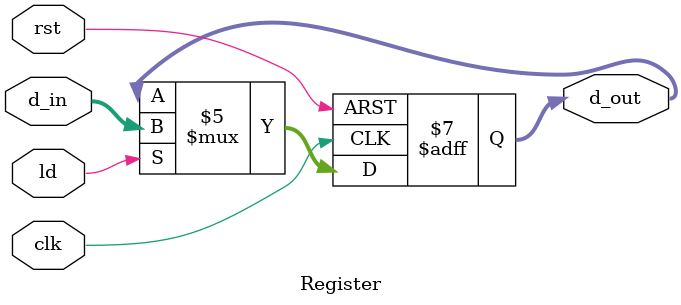
<source format=v>
module Register #(parameter N = 32) (
    clk, rst, ld, 
    d_in, 
    d_out
);
    input clk, rst, ld;
    input [N-1:0] d_in;
    output reg [N-1:0] d_out;
    
    always @(posedge clk, posedge rst)
    begin
        if (rst == 1'b1)
            d_out <= 32'b0;
        else if(ld == 1'b1)
            d_out <= d_in;
        else
            d_out <= d_out;
    end
    
endmodule

</source>
